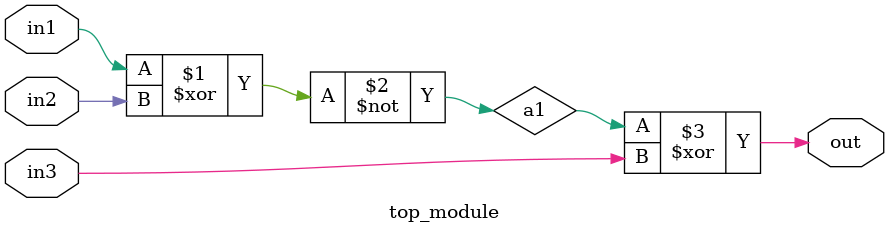
<source format=v>
module top_module (
    input in1,
    input in2,
    input in3,
    output out);
    wire a1;
    assign a1= ~(in1 ^ in2);
    assign out = (a1 ^ in3);
endmodule

</source>
